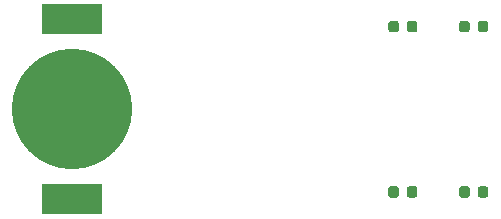
<source format=gtp>
G04 #@! TF.GenerationSoftware,KiCad,Pcbnew,5.1.4*
G04 #@! TF.CreationDate,2019-09-18T22:14:05+02:00*
G04 #@! TF.ProjectId,crf_bokmassabot,6372665f-626f-46b6-9d61-737361626f74,rev?*
G04 #@! TF.SameCoordinates,Original*
G04 #@! TF.FileFunction,Paste,Top*
G04 #@! TF.FilePolarity,Positive*
%FSLAX46Y46*%
G04 Gerber Fmt 4.6, Leading zero omitted, Abs format (unit mm)*
G04 Created by KiCad (PCBNEW 5.1.4) date 2019-09-18 22:14:05*
%MOMM*%
%LPD*%
G04 APERTURE LIST*
%ADD10R,5.100000X2.500000*%
%ADD11C,10.200000*%
%ADD12C,0.100000*%
%ADD13C,0.875000*%
G04 APERTURE END LIST*
D10*
X160000000Y-117600000D03*
X160000000Y-102400000D03*
D11*
X160000000Y-110000000D03*
D12*
G36*
X193452691Y-116526053D02*
G01*
X193473926Y-116529203D01*
X193494750Y-116534419D01*
X193514962Y-116541651D01*
X193534368Y-116550830D01*
X193552781Y-116561866D01*
X193570024Y-116574654D01*
X193585930Y-116589070D01*
X193600346Y-116604976D01*
X193613134Y-116622219D01*
X193624170Y-116640632D01*
X193633349Y-116660038D01*
X193640581Y-116680250D01*
X193645797Y-116701074D01*
X193648947Y-116722309D01*
X193650000Y-116743750D01*
X193650000Y-117256250D01*
X193648947Y-117277691D01*
X193645797Y-117298926D01*
X193640581Y-117319750D01*
X193633349Y-117339962D01*
X193624170Y-117359368D01*
X193613134Y-117377781D01*
X193600346Y-117395024D01*
X193585930Y-117410930D01*
X193570024Y-117425346D01*
X193552781Y-117438134D01*
X193534368Y-117449170D01*
X193514962Y-117458349D01*
X193494750Y-117465581D01*
X193473926Y-117470797D01*
X193452691Y-117473947D01*
X193431250Y-117475000D01*
X192993750Y-117475000D01*
X192972309Y-117473947D01*
X192951074Y-117470797D01*
X192930250Y-117465581D01*
X192910038Y-117458349D01*
X192890632Y-117449170D01*
X192872219Y-117438134D01*
X192854976Y-117425346D01*
X192839070Y-117410930D01*
X192824654Y-117395024D01*
X192811866Y-117377781D01*
X192800830Y-117359368D01*
X192791651Y-117339962D01*
X192784419Y-117319750D01*
X192779203Y-117298926D01*
X192776053Y-117277691D01*
X192775000Y-117256250D01*
X192775000Y-116743750D01*
X192776053Y-116722309D01*
X192779203Y-116701074D01*
X192784419Y-116680250D01*
X192791651Y-116660038D01*
X192800830Y-116640632D01*
X192811866Y-116622219D01*
X192824654Y-116604976D01*
X192839070Y-116589070D01*
X192854976Y-116574654D01*
X192872219Y-116561866D01*
X192890632Y-116550830D01*
X192910038Y-116541651D01*
X192930250Y-116534419D01*
X192951074Y-116529203D01*
X192972309Y-116526053D01*
X192993750Y-116525000D01*
X193431250Y-116525000D01*
X193452691Y-116526053D01*
X193452691Y-116526053D01*
G37*
D13*
X193212500Y-117000000D03*
D12*
G36*
X195027691Y-116526053D02*
G01*
X195048926Y-116529203D01*
X195069750Y-116534419D01*
X195089962Y-116541651D01*
X195109368Y-116550830D01*
X195127781Y-116561866D01*
X195145024Y-116574654D01*
X195160930Y-116589070D01*
X195175346Y-116604976D01*
X195188134Y-116622219D01*
X195199170Y-116640632D01*
X195208349Y-116660038D01*
X195215581Y-116680250D01*
X195220797Y-116701074D01*
X195223947Y-116722309D01*
X195225000Y-116743750D01*
X195225000Y-117256250D01*
X195223947Y-117277691D01*
X195220797Y-117298926D01*
X195215581Y-117319750D01*
X195208349Y-117339962D01*
X195199170Y-117359368D01*
X195188134Y-117377781D01*
X195175346Y-117395024D01*
X195160930Y-117410930D01*
X195145024Y-117425346D01*
X195127781Y-117438134D01*
X195109368Y-117449170D01*
X195089962Y-117458349D01*
X195069750Y-117465581D01*
X195048926Y-117470797D01*
X195027691Y-117473947D01*
X195006250Y-117475000D01*
X194568750Y-117475000D01*
X194547309Y-117473947D01*
X194526074Y-117470797D01*
X194505250Y-117465581D01*
X194485038Y-117458349D01*
X194465632Y-117449170D01*
X194447219Y-117438134D01*
X194429976Y-117425346D01*
X194414070Y-117410930D01*
X194399654Y-117395024D01*
X194386866Y-117377781D01*
X194375830Y-117359368D01*
X194366651Y-117339962D01*
X194359419Y-117319750D01*
X194354203Y-117298926D01*
X194351053Y-117277691D01*
X194350000Y-117256250D01*
X194350000Y-116743750D01*
X194351053Y-116722309D01*
X194354203Y-116701074D01*
X194359419Y-116680250D01*
X194366651Y-116660038D01*
X194375830Y-116640632D01*
X194386866Y-116622219D01*
X194399654Y-116604976D01*
X194414070Y-116589070D01*
X194429976Y-116574654D01*
X194447219Y-116561866D01*
X194465632Y-116550830D01*
X194485038Y-116541651D01*
X194505250Y-116534419D01*
X194526074Y-116529203D01*
X194547309Y-116526053D01*
X194568750Y-116525000D01*
X195006250Y-116525000D01*
X195027691Y-116526053D01*
X195027691Y-116526053D01*
G37*
D13*
X194787500Y-117000000D03*
D12*
G36*
X187452691Y-116526053D02*
G01*
X187473926Y-116529203D01*
X187494750Y-116534419D01*
X187514962Y-116541651D01*
X187534368Y-116550830D01*
X187552781Y-116561866D01*
X187570024Y-116574654D01*
X187585930Y-116589070D01*
X187600346Y-116604976D01*
X187613134Y-116622219D01*
X187624170Y-116640632D01*
X187633349Y-116660038D01*
X187640581Y-116680250D01*
X187645797Y-116701074D01*
X187648947Y-116722309D01*
X187650000Y-116743750D01*
X187650000Y-117256250D01*
X187648947Y-117277691D01*
X187645797Y-117298926D01*
X187640581Y-117319750D01*
X187633349Y-117339962D01*
X187624170Y-117359368D01*
X187613134Y-117377781D01*
X187600346Y-117395024D01*
X187585930Y-117410930D01*
X187570024Y-117425346D01*
X187552781Y-117438134D01*
X187534368Y-117449170D01*
X187514962Y-117458349D01*
X187494750Y-117465581D01*
X187473926Y-117470797D01*
X187452691Y-117473947D01*
X187431250Y-117475000D01*
X186993750Y-117475000D01*
X186972309Y-117473947D01*
X186951074Y-117470797D01*
X186930250Y-117465581D01*
X186910038Y-117458349D01*
X186890632Y-117449170D01*
X186872219Y-117438134D01*
X186854976Y-117425346D01*
X186839070Y-117410930D01*
X186824654Y-117395024D01*
X186811866Y-117377781D01*
X186800830Y-117359368D01*
X186791651Y-117339962D01*
X186784419Y-117319750D01*
X186779203Y-117298926D01*
X186776053Y-117277691D01*
X186775000Y-117256250D01*
X186775000Y-116743750D01*
X186776053Y-116722309D01*
X186779203Y-116701074D01*
X186784419Y-116680250D01*
X186791651Y-116660038D01*
X186800830Y-116640632D01*
X186811866Y-116622219D01*
X186824654Y-116604976D01*
X186839070Y-116589070D01*
X186854976Y-116574654D01*
X186872219Y-116561866D01*
X186890632Y-116550830D01*
X186910038Y-116541651D01*
X186930250Y-116534419D01*
X186951074Y-116529203D01*
X186972309Y-116526053D01*
X186993750Y-116525000D01*
X187431250Y-116525000D01*
X187452691Y-116526053D01*
X187452691Y-116526053D01*
G37*
D13*
X187212500Y-117000000D03*
D12*
G36*
X189027691Y-116526053D02*
G01*
X189048926Y-116529203D01*
X189069750Y-116534419D01*
X189089962Y-116541651D01*
X189109368Y-116550830D01*
X189127781Y-116561866D01*
X189145024Y-116574654D01*
X189160930Y-116589070D01*
X189175346Y-116604976D01*
X189188134Y-116622219D01*
X189199170Y-116640632D01*
X189208349Y-116660038D01*
X189215581Y-116680250D01*
X189220797Y-116701074D01*
X189223947Y-116722309D01*
X189225000Y-116743750D01*
X189225000Y-117256250D01*
X189223947Y-117277691D01*
X189220797Y-117298926D01*
X189215581Y-117319750D01*
X189208349Y-117339962D01*
X189199170Y-117359368D01*
X189188134Y-117377781D01*
X189175346Y-117395024D01*
X189160930Y-117410930D01*
X189145024Y-117425346D01*
X189127781Y-117438134D01*
X189109368Y-117449170D01*
X189089962Y-117458349D01*
X189069750Y-117465581D01*
X189048926Y-117470797D01*
X189027691Y-117473947D01*
X189006250Y-117475000D01*
X188568750Y-117475000D01*
X188547309Y-117473947D01*
X188526074Y-117470797D01*
X188505250Y-117465581D01*
X188485038Y-117458349D01*
X188465632Y-117449170D01*
X188447219Y-117438134D01*
X188429976Y-117425346D01*
X188414070Y-117410930D01*
X188399654Y-117395024D01*
X188386866Y-117377781D01*
X188375830Y-117359368D01*
X188366651Y-117339962D01*
X188359419Y-117319750D01*
X188354203Y-117298926D01*
X188351053Y-117277691D01*
X188350000Y-117256250D01*
X188350000Y-116743750D01*
X188351053Y-116722309D01*
X188354203Y-116701074D01*
X188359419Y-116680250D01*
X188366651Y-116660038D01*
X188375830Y-116640632D01*
X188386866Y-116622219D01*
X188399654Y-116604976D01*
X188414070Y-116589070D01*
X188429976Y-116574654D01*
X188447219Y-116561866D01*
X188465632Y-116550830D01*
X188485038Y-116541651D01*
X188505250Y-116534419D01*
X188526074Y-116529203D01*
X188547309Y-116526053D01*
X188568750Y-116525000D01*
X189006250Y-116525000D01*
X189027691Y-116526053D01*
X189027691Y-116526053D01*
G37*
D13*
X188787500Y-117000000D03*
D12*
G36*
X193452691Y-102526053D02*
G01*
X193473926Y-102529203D01*
X193494750Y-102534419D01*
X193514962Y-102541651D01*
X193534368Y-102550830D01*
X193552781Y-102561866D01*
X193570024Y-102574654D01*
X193585930Y-102589070D01*
X193600346Y-102604976D01*
X193613134Y-102622219D01*
X193624170Y-102640632D01*
X193633349Y-102660038D01*
X193640581Y-102680250D01*
X193645797Y-102701074D01*
X193648947Y-102722309D01*
X193650000Y-102743750D01*
X193650000Y-103256250D01*
X193648947Y-103277691D01*
X193645797Y-103298926D01*
X193640581Y-103319750D01*
X193633349Y-103339962D01*
X193624170Y-103359368D01*
X193613134Y-103377781D01*
X193600346Y-103395024D01*
X193585930Y-103410930D01*
X193570024Y-103425346D01*
X193552781Y-103438134D01*
X193534368Y-103449170D01*
X193514962Y-103458349D01*
X193494750Y-103465581D01*
X193473926Y-103470797D01*
X193452691Y-103473947D01*
X193431250Y-103475000D01*
X192993750Y-103475000D01*
X192972309Y-103473947D01*
X192951074Y-103470797D01*
X192930250Y-103465581D01*
X192910038Y-103458349D01*
X192890632Y-103449170D01*
X192872219Y-103438134D01*
X192854976Y-103425346D01*
X192839070Y-103410930D01*
X192824654Y-103395024D01*
X192811866Y-103377781D01*
X192800830Y-103359368D01*
X192791651Y-103339962D01*
X192784419Y-103319750D01*
X192779203Y-103298926D01*
X192776053Y-103277691D01*
X192775000Y-103256250D01*
X192775000Y-102743750D01*
X192776053Y-102722309D01*
X192779203Y-102701074D01*
X192784419Y-102680250D01*
X192791651Y-102660038D01*
X192800830Y-102640632D01*
X192811866Y-102622219D01*
X192824654Y-102604976D01*
X192839070Y-102589070D01*
X192854976Y-102574654D01*
X192872219Y-102561866D01*
X192890632Y-102550830D01*
X192910038Y-102541651D01*
X192930250Y-102534419D01*
X192951074Y-102529203D01*
X192972309Y-102526053D01*
X192993750Y-102525000D01*
X193431250Y-102525000D01*
X193452691Y-102526053D01*
X193452691Y-102526053D01*
G37*
D13*
X193212500Y-103000000D03*
D12*
G36*
X195027691Y-102526053D02*
G01*
X195048926Y-102529203D01*
X195069750Y-102534419D01*
X195089962Y-102541651D01*
X195109368Y-102550830D01*
X195127781Y-102561866D01*
X195145024Y-102574654D01*
X195160930Y-102589070D01*
X195175346Y-102604976D01*
X195188134Y-102622219D01*
X195199170Y-102640632D01*
X195208349Y-102660038D01*
X195215581Y-102680250D01*
X195220797Y-102701074D01*
X195223947Y-102722309D01*
X195225000Y-102743750D01*
X195225000Y-103256250D01*
X195223947Y-103277691D01*
X195220797Y-103298926D01*
X195215581Y-103319750D01*
X195208349Y-103339962D01*
X195199170Y-103359368D01*
X195188134Y-103377781D01*
X195175346Y-103395024D01*
X195160930Y-103410930D01*
X195145024Y-103425346D01*
X195127781Y-103438134D01*
X195109368Y-103449170D01*
X195089962Y-103458349D01*
X195069750Y-103465581D01*
X195048926Y-103470797D01*
X195027691Y-103473947D01*
X195006250Y-103475000D01*
X194568750Y-103475000D01*
X194547309Y-103473947D01*
X194526074Y-103470797D01*
X194505250Y-103465581D01*
X194485038Y-103458349D01*
X194465632Y-103449170D01*
X194447219Y-103438134D01*
X194429976Y-103425346D01*
X194414070Y-103410930D01*
X194399654Y-103395024D01*
X194386866Y-103377781D01*
X194375830Y-103359368D01*
X194366651Y-103339962D01*
X194359419Y-103319750D01*
X194354203Y-103298926D01*
X194351053Y-103277691D01*
X194350000Y-103256250D01*
X194350000Y-102743750D01*
X194351053Y-102722309D01*
X194354203Y-102701074D01*
X194359419Y-102680250D01*
X194366651Y-102660038D01*
X194375830Y-102640632D01*
X194386866Y-102622219D01*
X194399654Y-102604976D01*
X194414070Y-102589070D01*
X194429976Y-102574654D01*
X194447219Y-102561866D01*
X194465632Y-102550830D01*
X194485038Y-102541651D01*
X194505250Y-102534419D01*
X194526074Y-102529203D01*
X194547309Y-102526053D01*
X194568750Y-102525000D01*
X195006250Y-102525000D01*
X195027691Y-102526053D01*
X195027691Y-102526053D01*
G37*
D13*
X194787500Y-103000000D03*
D12*
G36*
X187452691Y-102526053D02*
G01*
X187473926Y-102529203D01*
X187494750Y-102534419D01*
X187514962Y-102541651D01*
X187534368Y-102550830D01*
X187552781Y-102561866D01*
X187570024Y-102574654D01*
X187585930Y-102589070D01*
X187600346Y-102604976D01*
X187613134Y-102622219D01*
X187624170Y-102640632D01*
X187633349Y-102660038D01*
X187640581Y-102680250D01*
X187645797Y-102701074D01*
X187648947Y-102722309D01*
X187650000Y-102743750D01*
X187650000Y-103256250D01*
X187648947Y-103277691D01*
X187645797Y-103298926D01*
X187640581Y-103319750D01*
X187633349Y-103339962D01*
X187624170Y-103359368D01*
X187613134Y-103377781D01*
X187600346Y-103395024D01*
X187585930Y-103410930D01*
X187570024Y-103425346D01*
X187552781Y-103438134D01*
X187534368Y-103449170D01*
X187514962Y-103458349D01*
X187494750Y-103465581D01*
X187473926Y-103470797D01*
X187452691Y-103473947D01*
X187431250Y-103475000D01*
X186993750Y-103475000D01*
X186972309Y-103473947D01*
X186951074Y-103470797D01*
X186930250Y-103465581D01*
X186910038Y-103458349D01*
X186890632Y-103449170D01*
X186872219Y-103438134D01*
X186854976Y-103425346D01*
X186839070Y-103410930D01*
X186824654Y-103395024D01*
X186811866Y-103377781D01*
X186800830Y-103359368D01*
X186791651Y-103339962D01*
X186784419Y-103319750D01*
X186779203Y-103298926D01*
X186776053Y-103277691D01*
X186775000Y-103256250D01*
X186775000Y-102743750D01*
X186776053Y-102722309D01*
X186779203Y-102701074D01*
X186784419Y-102680250D01*
X186791651Y-102660038D01*
X186800830Y-102640632D01*
X186811866Y-102622219D01*
X186824654Y-102604976D01*
X186839070Y-102589070D01*
X186854976Y-102574654D01*
X186872219Y-102561866D01*
X186890632Y-102550830D01*
X186910038Y-102541651D01*
X186930250Y-102534419D01*
X186951074Y-102529203D01*
X186972309Y-102526053D01*
X186993750Y-102525000D01*
X187431250Y-102525000D01*
X187452691Y-102526053D01*
X187452691Y-102526053D01*
G37*
D13*
X187212500Y-103000000D03*
D12*
G36*
X189027691Y-102526053D02*
G01*
X189048926Y-102529203D01*
X189069750Y-102534419D01*
X189089962Y-102541651D01*
X189109368Y-102550830D01*
X189127781Y-102561866D01*
X189145024Y-102574654D01*
X189160930Y-102589070D01*
X189175346Y-102604976D01*
X189188134Y-102622219D01*
X189199170Y-102640632D01*
X189208349Y-102660038D01*
X189215581Y-102680250D01*
X189220797Y-102701074D01*
X189223947Y-102722309D01*
X189225000Y-102743750D01*
X189225000Y-103256250D01*
X189223947Y-103277691D01*
X189220797Y-103298926D01*
X189215581Y-103319750D01*
X189208349Y-103339962D01*
X189199170Y-103359368D01*
X189188134Y-103377781D01*
X189175346Y-103395024D01*
X189160930Y-103410930D01*
X189145024Y-103425346D01*
X189127781Y-103438134D01*
X189109368Y-103449170D01*
X189089962Y-103458349D01*
X189069750Y-103465581D01*
X189048926Y-103470797D01*
X189027691Y-103473947D01*
X189006250Y-103475000D01*
X188568750Y-103475000D01*
X188547309Y-103473947D01*
X188526074Y-103470797D01*
X188505250Y-103465581D01*
X188485038Y-103458349D01*
X188465632Y-103449170D01*
X188447219Y-103438134D01*
X188429976Y-103425346D01*
X188414070Y-103410930D01*
X188399654Y-103395024D01*
X188386866Y-103377781D01*
X188375830Y-103359368D01*
X188366651Y-103339962D01*
X188359419Y-103319750D01*
X188354203Y-103298926D01*
X188351053Y-103277691D01*
X188350000Y-103256250D01*
X188350000Y-102743750D01*
X188351053Y-102722309D01*
X188354203Y-102701074D01*
X188359419Y-102680250D01*
X188366651Y-102660038D01*
X188375830Y-102640632D01*
X188386866Y-102622219D01*
X188399654Y-102604976D01*
X188414070Y-102589070D01*
X188429976Y-102574654D01*
X188447219Y-102561866D01*
X188465632Y-102550830D01*
X188485038Y-102541651D01*
X188505250Y-102534419D01*
X188526074Y-102529203D01*
X188547309Y-102526053D01*
X188568750Y-102525000D01*
X189006250Y-102525000D01*
X189027691Y-102526053D01*
X189027691Y-102526053D01*
G37*
D13*
X188787500Y-103000000D03*
M02*

</source>
